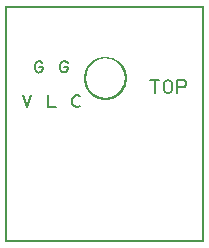
<source format=gto>
G04*
G04 Format:               Gerber RS-274X*
G04 Export Settings:      (default)*
G04 Layer:                TopSilkscreen*
G04 This File Name:       wii_to_snesmultiout.gto*
G04 Source File Name:     wii_to_snesmultiout.rrb*
G04 Unique ID:            a9f98a6f-7b16-41eb-b503-fa8c6335f000*
G04 Generated Date:       Tuesday, 10 July 2018 14:25:27*
G04*
G04 Created Using:        Robot Room Copper Connection v3.0.5875*
G04 Software Contact:     http://www.robotroom.com/CopperConnection/Support.aspx*
G04 License Number:       1880*
G04*
G04 Zero Suppression:     Leading*
G04 Number Precision:     2.4*
G04*
%FSLAX24Y24*%
%MOIN*%
%LNTopSilkscreen*%
%ADD10C,.006*%
%ADD11C,.007*%
%ADD12R,.006X.006*%
%ADD13R,.007X.007*%
%ADD14R,.0354X.063*%
%ADD15R,.0591X.378*%
%ADD16R,.075X.1213*%
D10*
G01X314Y-1365D02*
X442D01*
Y-1429D01*
G74*
G02X314Y-1556I127J0D01*
X187Y-1429I0J127D01*
G01Y-1301D01*
G02X314Y-1174I127J0D01*
G01X329D01*
X343Y-1175D01*
X357Y-1177D01*
X370Y-1180D01*
X383Y-1184D01*
X394Y-1188D01*
X404Y-1193D01*
X413Y-1198D01*
X421Y-1204D01*
X427Y-1210D01*
X432Y-1217D01*
X434Y-1223D01*
X435Y-1231D01*
X1151Y-1365D02*
X1278D01*
Y-1429D01*
G02X1151Y-1556I127J0D01*
X1024Y-1429I0J127D01*
G01Y-1301D01*
G02X1151Y-1174I127J0D01*
G01X1165D01*
X1180Y-1175D01*
X1194Y-1177D01*
X1207Y-1180D01*
X1219Y-1184D01*
X1231Y-1188D01*
X1241Y-1193D01*
X1250Y-1198D01*
X1258Y-1204D01*
X1264Y-1210D01*
X1268Y-1217D01*
X1271Y-1223D01*
X1272Y-1231D01*
X-207Y-2306D02*
X-79Y-2688D01*
X48Y-2306D01*
X630D02*
Y-2688D01*
X885D01*
X1672Y-2662D02*
X1671Y-2666D01*
X1668Y-2670D01*
X1663Y-2673D01*
X1656Y-2677D01*
X1647Y-2680D01*
X1637Y-2682D01*
X1625Y-2684D01*
X1612Y-2686D01*
X1599Y-2687D01*
X1577Y-2688D01*
X1564Y-2687D01*
X1552Y-2686D01*
X1540Y-2683D01*
X1528Y-2679D01*
X1516Y-2674D01*
X1505Y-2667D01*
X1494Y-2660D01*
X1483Y-2652D01*
X1474Y-2643D01*
X1464Y-2633D01*
X1456Y-2622D01*
X1448Y-2610D01*
X1441Y-2598D01*
X1435Y-2585D01*
X1430Y-2571D01*
X1425Y-2557D01*
X1422Y-2543D01*
X1419Y-2528D01*
X1418Y-2513D01*
X1417Y-2497D01*
X1418Y-2482D01*
X1419Y-2467D01*
X1422Y-2452D01*
X1425Y-2438D01*
X1429Y-2424D01*
X1434Y-2410D01*
X1440Y-2397D01*
X1447Y-2385D01*
X1455Y-2373D01*
X1463Y-2362D01*
X1472Y-2352D01*
X1482Y-2343D01*
X1492Y-2334D01*
X1503Y-2327D01*
X1515Y-2321D01*
X1526Y-2315D01*
X1538Y-2311D01*
X1550Y-2308D01*
X1563Y-2306D01*
X1577D01*
X1591D01*
X1605Y-2307D01*
X1618Y-2308D01*
X1630Y-2310D01*
X1641Y-2312D01*
X1651Y-2315D01*
X1659Y-2318D01*
X1665Y-2322D01*
X1670Y-2325D01*
X1672Y-2331D01*
D11*
X4026Y-1804D02*
X4323D01*
X4174D02*
Y-2250D01*
X4769Y-2101D02*
G02X4620Y-2250I149J0D01*
X4472Y-2101I0J149D01*
G01Y-1953D01*
G02X4620Y-1804I149J0D01*
X4769Y-1953I0J149D01*
G01Y-2101D01*
X4918Y-2250D02*
Y-1804D01*
X5141D01*
X5151Y-1805D01*
X5160Y-1808D01*
X5169Y-1812D01*
X5178Y-1819D01*
X5186Y-1826D01*
X5193Y-1836D01*
X5199Y-1847D01*
X5205Y-1858D01*
X5209Y-1871D01*
X5212Y-1885D01*
X5215Y-1899D01*
Y-1916D01*
Y-1930D01*
X5213Y-1944D01*
X5210Y-1958D01*
X5206Y-1971D01*
X5200Y-1983D01*
X5194Y-1994D01*
X5187Y-2003D01*
X5179Y-2011D01*
X5170Y-2018D01*
X5161Y-2023D01*
X5152Y-2026D01*
X5141Y-2027D01*
X4918D01*
%LPC*%
D14*
X315Y-1932D03*
X-103D03*
X733D03*
X1152D03*
X1575D03*
D15*
X-256Y-5170D03*
X531D03*
X1319D03*
X2106D03*
X2894D03*
X3681D03*
X4469D03*
X5256D03*
D16*
X4000Y0D03*
X5000D03*
X2000D03*
X3000D03*
X0D03*
X1000D03*
%LPD*%
D12*
X3220Y-1742D02*
X3186Y-1955D01*
X3088Y-2147D01*
X2936Y-2299D01*
X2744Y-2397D01*
X2531Y-2431D01*
X2318Y-2397D01*
X2126Y-2299D01*
X1973Y-2147D01*
X1876Y-1955D01*
X1842Y-1742D01*
X1876Y-1529D01*
X1973Y-1337D01*
X2126Y-1184D01*
X2318Y-1086D01*
X2531Y-1053D01*
X2744Y-1086D01*
X2936Y-1184D01*
X3088Y-1337D01*
X3186Y-1529D01*
X3220Y-1742D01*
D13*
X-779Y647D02*
X5790D01*
Y-7168D01*
X-779D01*
Y647D01*
M02*

</source>
